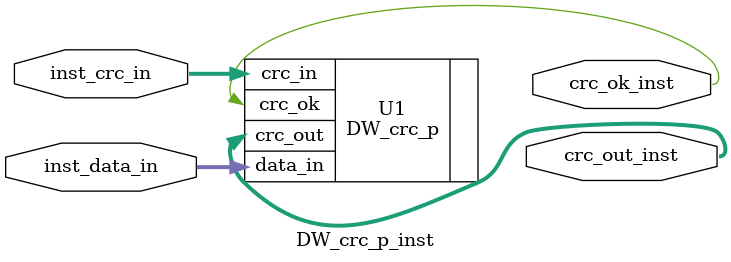
<source format=v>
module DW_crc_p_inst( inst_data_in, inst_crc_in, crc_ok_inst, crc_out_inst );

  parameter data_width = 16;
  parameter poly_size = 16;
  parameter crc_cfg = 7;
  parameter bit_order = 3;
  parameter poly_coef0 = 4129;
  parameter poly_coef1 = 0;
  parameter poly_coef2 = 0;
  parameter poly_coef3 = 0;

  input [data_width-1 : 0] inst_data_in;
  input [poly_size-1 : 0] inst_crc_in;
  output crc_ok_inst;
  output [poly_size-1 : 0] crc_out_inst;

  // Instance of DW_crc_p
  DW_crc_p #(data_width,   poly_size,   crc_cfg,   bit_order,   poly_coef0,
              poly_coef1,   poly_coef2,  poly_coef3)
    U1 (.data_in(inst_data_in),   .crc_in(inst_crc_in),         .crc_ok(crc_ok_inst),     .crc_out(crc_out_inst) );
endmodule


</source>
